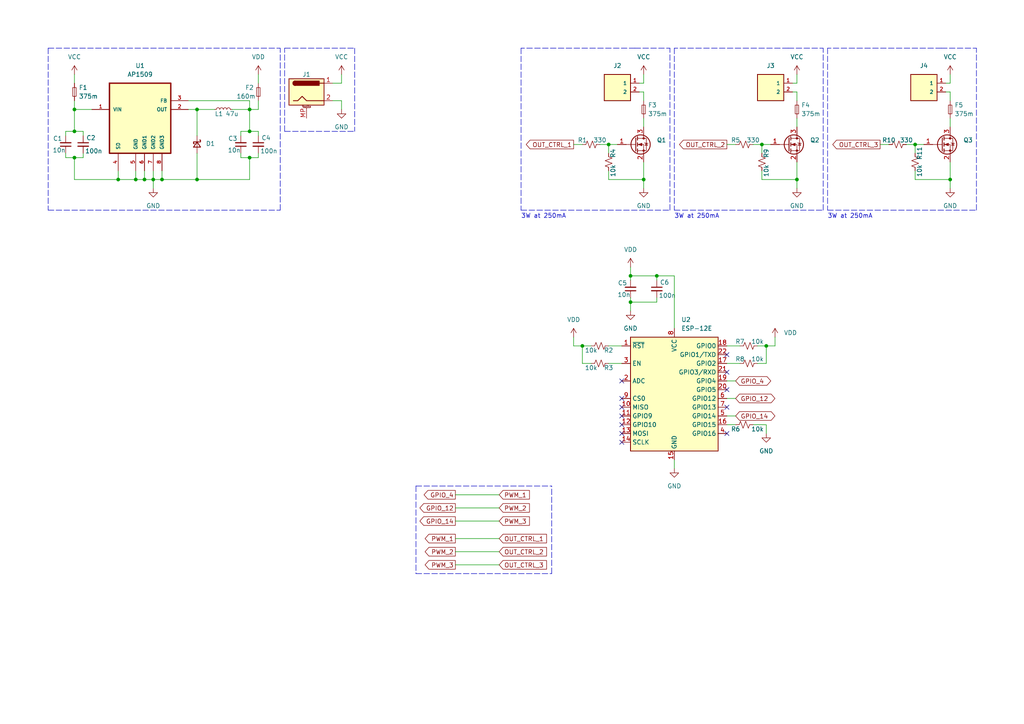
<source format=kicad_sch>
(kicad_sch (version 20211123) (generator eeschema)
  (paper "A4")
  (title_block (title "Wi-Li LED Control Board") (rev "1"))
  (lib_symbols
    (symbol "Connector:Barrel_Jack_MountingPin" (pin_names hide)
      (property "Reference" "J" (at 0 5.334 0))
      (property "Value" "Barrel_Jack_MountingPin" (at 1.27 -6.35 0))
      (symbol "Barrel_Jack_MountingPin_0_1"
        (rectangle (start -5.08 3.81) (end 5.08 -3.81) (stroke (width 0.254)) (fill (type background)))
        (arc (start -3.302 3.175) (mid -3.937 2.54) (end -3.302 1.905) (stroke (width 0.254)))
        (arc (start -3.302 3.175) (mid -3.937 2.54) (end -3.302 1.905) (stroke (width 0.254)) (fill (type outline)))
        (polyline (pts (xy 5.08 2.54) (xy 3.81 2.54)) (stroke (width 0.254)))
        (polyline (pts (xy -3.81 -2.54) (xy -2.54 -2.54) (xy -1.27 -1.27) (xy 0 -2.54) (xy 2.54 -2.54) (xy 5.08 -2.54)) (stroke (width 0.254)))
        (rectangle (start 3.683 3.175) (end -3.302 1.905) (stroke (width 0.254)) (fill (type outline)))
      )
      (symbol "Barrel_Jack_MountingPin_1_1"
        (polyline (pts (xy -1.016 -4.572) (xy 1.016 -4.572)) (stroke (width 0.1524)))
        (text "Mounting" (at 0 -4.191 0) (effects (font (size 0.381 0.381))))
        (pin passive line (at 7.62 2.54 180) (length 2.54) (name "~") (number "1"))
        (pin passive line (at 7.62 -2.54 180) (length 2.54) (name "~") (number "2"))
        (pin passive line (at 0 -7.62 90) (length 3.048) (name "MountPin") (number "MP"))
      )
    )
    (symbol "Device:C_Small" (pin_numbers hide) (pin_names (offset 0.254) hide)
      (property "Reference" "C" (at 0.254 1.778 0))
      (property "Value" "C_Small" (at 0.254 -2.032 0))
      (symbol "C_Small_0_1"
        (polyline (pts (xy -1.524 -0.508) (xy 1.524 -0.508)) (stroke (width 0.3302)))
        (polyline (pts (xy -1.524 0.508) (xy 1.524 0.508)) (stroke (width 0.3048)))
      )
      (symbol "C_Small_1_1"
        (pin passive line (at 0 2.54 270) (length 2.032) (name "~") (number "1"))
        (pin passive line (at 0 -2.54 90) (length 2.032) (name "~") (number "2"))
      )
    )
    (symbol "Device:D_Schottky_Small" (pin_numbers hide) (pin_names (offset 0.254) hide)
      (property "Reference" "D" (at -1.27 2.032 0))
      (property "Value" "D_Schottky_Small" (at -7.112 -2.032 0))
      (symbol "D_Schottky_Small_0_1"
        (polyline (pts (xy -0.762 0) (xy 0.762 0)))
        (polyline (pts (xy 0.762 -1.016) (xy -0.762 0) (xy 0.762 1.016) (xy 0.762 -1.016)) (stroke (width 0.254)))
        (polyline (pts (xy -1.27 0.762) (xy -1.27 1.016) (xy -0.762 1.016) (xy -0.762 -1.016) (xy -0.254 -1.016) (xy -0.254 -0.762)) (stroke (width 0.254)))
      )
      (symbol "D_Schottky_Small_1_1"
        (pin passive line (at -2.54 0 0) (length 1.778) (name "K") (number "1"))
        (pin passive line (at 2.54 0 180) (length 1.778) (name "A") (number "2"))
      )
    )
    (symbol "Device:Fuse_Small" (pin_numbers hide) (pin_names (offset 0.254) hide)
      (property "Reference" "F" (at 0 -1.524 0))
      (property "Value" "Fuse_Small" (at 0 1.524 0))
      (symbol "Fuse_Small_0_1"
        (rectangle (start -1.27 0.508) (end 1.27 -0.508))
        (polyline (pts (xy -1.27 0) (xy 1.27 0)))
      )
      (symbol "Fuse_Small_1_1"
        (pin passive line (at -2.54 0 0) (length 1.27) (name "~") (number "1"))
        (pin passive line (at 2.54 0 180) (length 1.27) (name "~") (number "2"))
      )
    )
    (symbol "Device:L_Small" (pin_numbers hide) (pin_names (offset 0.254) hide)
      (property "Reference" "L" (at 0.762 1.016 0))
      (property "Value" "L_Small" (at 0.762 -1.016 0))
      (symbol "L_Small_0_1"
        (arc (start 0 -2.032) (mid 0.508 -1.524) (end 0 -1.016))
        (arc (start 0 -1.016) (mid 0.508 -0.508) (end 0 0))
        (arc (start 0 0) (mid 0.508 0.508) (end 0 1.016))
        (arc (start 0 1.016) (mid 0.508 1.524) (end 0 2.032))
      )
      (symbol "L_Small_1_1"
        (pin passive line (at 0 2.54 270) (length 0.508) (name "~") (number "1"))
        (pin passive line (at 0 -2.54 90) (length 0.508) (name "~") (number "2"))
      )
    )
    (symbol "Device:Q_NMOS_GSD" (pin_names (offset 0) hide)
      (property "Reference" "Q" (at 5.08 1.27 0))
      (property "Value" "Q_NMOS_GSD" (at 5.08 -1.27 0))
      (symbol "Q_NMOS_GSD_0_1"
        (polyline (pts (xy 0.254 0) (xy -2.54 0)))
        (polyline (pts (xy 0.254 1.905) (xy 0.254 -1.905)) (stroke (width 0.254)))
        (polyline (pts (xy 0.762 -1.27) (xy 0.762 -2.286)) (stroke (width 0.254)))
        (polyline (pts (xy 0.762 0.508) (xy 0.762 -0.508)) (stroke (width 0.254)))
        (polyline (pts (xy 0.762 2.286) (xy 0.762 1.27)) (stroke (width 0.254)))
        (polyline (pts (xy 2.54 2.54) (xy 2.54 1.778)))
        (polyline (pts (xy 2.54 -2.54) (xy 2.54 0) (xy 0.762 0)))
        (polyline (pts (xy 0.762 -1.778) (xy 3.302 -1.778) (xy 3.302 1.778) (xy 0.762 1.778)))
        (polyline (pts (xy 1.016 0) (xy 2.032 0.381) (xy 2.032 -0.381) (xy 1.016 0)) (fill (type outline)))
        (polyline (pts (xy 2.794 0.508) (xy 2.921 0.381) (xy 3.683 0.381) (xy 3.81 0.254)))
        (polyline (pts (xy 3.302 0.381) (xy 2.921 -0.254) (xy 3.683 -0.254) (xy 3.302 0.381)))
        (circle (center 1.651 0) (radius 2.794) (stroke (width 0.254)))
        (circle (center 2.54 -1.778) (radius 0.254) (fill (type outline)))
        (circle (center 2.54 1.778) (radius 0.254) (fill (type outline)))
      )
      (symbol "Q_NMOS_GSD_1_1"
        (pin input line (at -5.08 0 0) (length 2.54) (name "G") (number "1"))
        (pin passive line (at 2.54 -5.08 90) (length 2.54) (name "S") (number "2"))
        (pin passive line (at 2.54 5.08 270) (length 2.54) (name "D") (number "3"))
      )
    )
    (symbol "Device:R_Small_US" (pin_numbers hide) (pin_names (offset 0.254) hide)
      (property "Reference" "R" (at 0.762 0.508 0))
      (property "Value" "R_Small_US" (at 0.762 -1.016 0))
      (symbol "R_Small_US_1_1"
        (polyline (pts (xy 0 0) (xy 1.016 -0.381) (xy 0 -0.762) (xy -1.016 -1.143) (xy 0 -1.524)))
        (polyline (pts (xy 0 1.524) (xy 1.016 1.143) (xy 0 0.762) (xy -1.016 0.381) (xy 0 0)))
        (pin passive line (at 0 2.54 270) (length 1.016) (name "~") (number "1"))
        (pin passive line (at 0 -2.54 90) (length 1.016) (name "~") (number "2"))
      )
    )
    (symbol "Diodes_Inc:AP1509" (pin_names (offset 1.016))
      (property "Reference" "IC" (at -10.16 10.795 0))
      (property "Value" "AP1509" (at -7.62 7.62 0))
      (symbol "AP1509_0_0"
        (rectangle (start -10.16 -10.16) (end 7.62 10.16) (stroke (width 0.4064)) (fill (type background)))
        (pin input line (at -15.24 2.54 0) (length 5.08) (name "VIN") (number "1"))
        (pin output line (at 12.7 2.54 180) (length 5.08) (name "OUT") (number "2"))
        (pin output line (at 12.7 5.08 180) (length 5.08) (name "FB") (number "3"))
        (pin input line (at -7.62 -15.24 90) (length 5.08) (name "SD") (number "4"))
        (pin power_in line (at -2.54 -15.24 90) (length 5.08) (name "GND") (number "5"))
        (pin input line (at 0 -15.24 90) (length 5.08) (name "GND1") (number "6"))
        (pin passive line (at 2.54 -15.24 90) (length 5.08) (name "GND2") (number "7"))
        (pin power_in line (at 5.08 -15.24 90) (length 5.08) (name "GND3") (number "8"))
      )
    )
    (symbol "RF_Module:ESP-12E"
      (property "Reference" "U" (at -12.7 19.05 0))
      (property "Value" "ESP-12E" (at 12.7 19.05 0))
      (symbol "ESP-12E_0_1"
        (rectangle (start -12.7 17.78) (end 12.7 -15.24) (stroke (width 0.254)) (fill (type background)))
      )
      (symbol "ESP-12E_1_1"
        (pin input line (at -15.24 15.24 0) (length 2.54) (name "~{RST}") (number "1"))
        (pin bidirectional line (at -15.24 -2.54 0) (length 2.54) (name "MISO") (number "10"))
        (pin bidirectional line (at -15.24 -5.08 0) (length 2.54) (name "GPIO9") (number "11"))
        (pin bidirectional line (at -15.24 -7.62 0) (length 2.54) (name "GPIO10") (number "12"))
        (pin bidirectional line (at -15.24 -10.16 0) (length 2.54) (name "MOSI") (number "13"))
        (pin bidirectional line (at -15.24 -12.7 0) (length 2.54) (name "SCLK") (number "14"))
        (pin power_in line (at 0 -17.78 90) (length 2.54) (name "GND") (number "15"))
        (pin bidirectional line (at 15.24 -7.62 180) (length 2.54) (name "GPIO15") (number "16"))
        (pin bidirectional line (at 15.24 10.16 180) (length 2.54) (name "GPIO2") (number "17"))
        (pin bidirectional line (at 15.24 15.24 180) (length 2.54) (name "GPIO0") (number "18"))
        (pin bidirectional line (at 15.24 5.08 180) (length 2.54) (name "GPIO4") (number "19"))
        (pin input line (at -15.24 5.08 0) (length 2.54) (name "ADC") (number "2"))
        (pin bidirectional line (at 15.24 2.54 180) (length 2.54) (name "GPIO5") (number "20"))
        (pin bidirectional line (at 15.24 7.62 180) (length 2.54) (name "GPIO3/RXD") (number "21"))
        (pin bidirectional line (at 15.24 12.7 180) (length 2.54) (name "GPIO1/TXD") (number "22"))
        (pin input line (at -15.24 10.16 0) (length 2.54) (name "EN") (number "3"))
        (pin bidirectional line (at 15.24 -10.16 180) (length 2.54) (name "GPIO16") (number "4"))
        (pin bidirectional line (at 15.24 -5.08 180) (length 2.54) (name "GPIO14") (number "5"))
        (pin bidirectional line (at 15.24 0 180) (length 2.54) (name "GPIO12") (number "6"))
        (pin bidirectional line (at 15.24 -2.54 180) (length 2.54) (name "GPIO13") (number "7"))
        (pin power_in line (at 0 20.32 270) (length 2.54) (name "VCC") (number "8"))
        (pin input line (at -15.24 0 0) (length 2.54) (name "CS0") (number "9"))
      )
    )
    (symbol "Wago:2059-302{slash}998-403" (pin_names (offset 1.016))
      (property "Reference" "J?" (at -5.334 3.302 0))
      (property "Value" "2059-302{slash}998-403" (at -5.3594 -7.6454 0))
      (symbol "2059-302{slash}998-403_0_0"
        (rectangle (start -5.08 -5.08) (end 2.54 2.54) (stroke (width 0.254)) (fill (type background)))
        (pin passive line (at -7.62 0 0) (length 2.54) (name "1") (number "1"))
        (pin passive line (at -7.62 -2.54 0) (length 2.54) (name "2") (number "2"))
      )
    )
    (symbol "power:GND" (power) (pin_names (offset 0))
      (property "Value" "GND" (at 0 -3.81 0))
      (symbol "GND_0_1"
        (polyline (pts (xy 0 0) (xy 0 -1.27) (xy 1.27 -1.27) (xy 0 -2.54) (xy -1.27 -1.27) (xy 0 -1.27)))
      )
      (symbol "GND_1_1"
        (pin power_in line (at 0 0 270) (length 0) hide (name "GND") (number "1"))
      )
    )
    (symbol "power:VCC" (power) (pin_names (offset 0))
      (property "Value" "VCC" (at 0 3.81 0))
      (symbol "VCC_0_1"
        (polyline (pts (xy -0.762 1.27) (xy 0 2.54)))
        (polyline (pts (xy 0 0) (xy 0 2.54)))
        (polyline (pts (xy 0 2.54) (xy 0.762 1.27)))
      )
      (symbol "VCC_1_1"
        (pin power_in line (at 0 0 90) (length 0) hide (name "VCC") (number "1"))
      )
    )
    (symbol "power:VDD" (power) (pin_names (offset 0))
      (property "Value" "VDD" (at 0 3.81 0))
      (symbol "VDD_0_1"
        (polyline (pts (xy -0.762 1.27) (xy 0 2.54)))
        (polyline (pts (xy 0 0) (xy 0 2.54)))
        (polyline (pts (xy 0 2.54) (xy 0.762 1.27)))
      )
      (symbol "VDD_1_1"
        (pin power_in line (at 0 0 90) (length 0) hide (name "VDD") (number "1"))
      )
    )
  )
  (junction (at 176.53 41.91))
  (junction (at 222.25 100.33))
  (junction (at 231.14 52.07))
  (junction (at 46.99 52.07))
  (junction (at 57.15 31.75))
  (junction (at 182.88 87.63))
  (junction (at 44.45 52.07))
  (junction (at 21.59 31.75))
  (junction (at 220.98 41.91))
  (junction (at 57.15 52.07))
  (junction (at 186.69 52.07))
  (junction (at 72.39 31.75))
  (junction (at 21.59 38.1))
  (junction (at 34.29 52.07))
  (junction (at 275.59 52.07))
  (junction (at 39.37 52.07))
  (junction (at 72.39 38.1))
  (junction (at 182.88 80.01))
  (junction (at 21.59 45.72))
  (junction (at 265.43 41.91))
  (junction (at 41.91 52.07))
  (junction (at 72.39 45.72))
  (junction (at 168.91 100.33))
  (junction (at 190.5 80.01))
  (no_connect (at 180.34 115.57))
  (no_connect (at 210.82 125.73))
  (no_connect (at 210.82 107.95))
  (no_connect (at 180.34 125.73))
  (no_connect (at 210.82 118.11))
  (no_connect (at 210.82 102.87))
  (no_connect (at 180.34 123.19))
  (no_connect (at 180.34 118.11))
  (no_connect (at 180.34 128.27))
  (no_connect (at 210.82 113.03))
  (no_connect (at 180.34 110.49))
  (no_connect (at 180.34 120.65))
  (wire (pts (xy 74.93 29.21) (xy 74.93 31.75)))
  (wire (pts (xy 21.59 45.72) (xy 21.59 52.07)))
  (wire (pts (xy 222.25 105.41) (xy 219.71 105.41)))
  (polyline (pts (xy 151.13 13.97) (xy 151.13 60.96)))
  (wire (pts (xy 57.15 52.07) (xy 72.39 52.07)))
  (wire (pts (xy 214.63 105.41) (xy 210.82 105.41)))
  (wire (pts (xy 190.5 86.36) (xy 190.5 87.63)))
  (wire (pts (xy 69.85 45.72) (xy 72.39 45.72)))
  (polyline (pts (xy 13.97 60.96) (xy 81.28 60.96)))
  (wire (pts (xy 222.25 100.33) (xy 219.71 100.33)))
  (polyline (pts (xy 82.55 38.1) (xy 102.87 38.1)))
  (polyline (pts (xy 240.03 13.97) (xy 240.03 60.96)))
  (wire (pts (xy 132.08 151.13) (xy 144.78 151.13)))
  (wire (pts (xy 24.13 39.37) (xy 24.13 38.1)))
  (wire (pts (xy 185.42 26.67) (xy 186.69 26.67)))
  (wire (pts (xy 222.25 123.19) (xy 222.25 125.73)))
  (wire (pts (xy 21.59 29.21) (xy 21.59 31.75)))
  (wire (pts (xy 210.82 115.57) (xy 213.36 115.57)))
  (wire (pts (xy 34.29 49.53) (xy 34.29 52.07)))
  (wire (pts (xy 21.59 31.75) (xy 26.67 31.75)))
  (polyline (pts (xy 195.58 60.96) (xy 238.76 60.96)))
  (wire (pts (xy 220.98 49.53) (xy 220.98 52.07)))
  (polyline (pts (xy 82.55 13.97) (xy 102.87 13.97)))
  (wire (pts (xy 69.85 38.1) (xy 72.39 38.1)))
  (wire (pts (xy 21.59 31.75) (xy 21.59 38.1)))
  (wire (pts (xy 176.53 100.33) (xy 180.34 100.33)))
  (polyline (pts (xy 13.97 13.97) (xy 81.28 13.97)))
  (wire (pts (xy 54.61 29.21) (xy 72.39 29.21)))
  (wire (pts (xy 210.82 120.65) (xy 213.36 120.65)))
  (wire (pts (xy 168.91 100.33) (xy 171.45 100.33)))
  (wire (pts (xy 41.91 49.53) (xy 41.91 52.07)))
  (wire (pts (xy 190.5 81.28) (xy 190.5 80.01)))
  (polyline (pts (xy 82.55 38.1) (xy 82.55 13.97)))
  (wire (pts (xy 220.98 41.91) (xy 220.98 44.45)))
  (wire (pts (xy 262.89 41.91) (xy 265.43 41.91)))
  (wire (pts (xy 19.05 45.72) (xy 21.59 45.72)))
  (wire (pts (xy 72.39 38.1) (xy 74.93 38.1)))
  (wire (pts (xy 186.69 21.59) (xy 186.69 24.13)))
  (wire (pts (xy 74.93 21.59) (xy 74.93 24.13)))
  (wire (pts (xy 222.25 105.41) (xy 222.25 100.33)))
  (wire (pts (xy 72.39 29.21) (xy 72.39 31.75)))
  (wire (pts (xy 231.14 52.07) (xy 231.14 54.61)))
  (wire (pts (xy 166.37 41.91) (xy 168.91 41.91)))
  (wire (pts (xy 132.08 156.21) (xy 144.78 156.21)))
  (wire (pts (xy 265.43 52.07) (xy 275.59 52.07)))
  (wire (pts (xy 99.06 29.21) (xy 99.06 31.75)))
  (wire (pts (xy 218.44 41.91) (xy 220.98 41.91)))
  (polyline (pts (xy 120.65 140.97) (xy 120.65 166.37)))
  (wire (pts (xy 255.27 41.91) (xy 257.81 41.91)))
  (wire (pts (xy 46.99 52.07) (xy 57.15 52.07)))
  (wire (pts (xy 195.58 80.01) (xy 195.58 95.25)))
  (wire (pts (xy 166.37 100.33) (xy 168.91 100.33)))
  (wire (pts (xy 182.88 77.47) (xy 182.88 80.01)))
  (wire (pts (xy 99.06 21.59) (xy 99.06 24.13)))
  (wire (pts (xy 224.79 97.79) (xy 224.79 100.33)))
  (wire (pts (xy 182.88 81.28) (xy 182.88 80.01)))
  (wire (pts (xy 229.87 26.67) (xy 231.14 26.67)))
  (wire (pts (xy 72.39 45.72) (xy 74.93 45.72)))
  (wire (pts (xy 186.69 34.29) (xy 186.69 36.83)))
  (wire (pts (xy 210.82 110.49) (xy 213.36 110.49)))
  (wire (pts (xy 182.88 87.63) (xy 182.88 90.17)))
  (polyline (pts (xy 194.31 60.96) (xy 194.31 13.97)))
  (wire (pts (xy 46.99 49.53) (xy 46.99 52.07)))
  (polyline (pts (xy 184.15 13.97) (xy 151.13 13.97)))
  (wire (pts (xy 132.08 163.83) (xy 144.78 163.83)))
  (wire (pts (xy 274.32 26.67) (xy 275.59 26.67)))
  (wire (pts (xy 182.88 80.01) (xy 190.5 80.01)))
  (wire (pts (xy 72.39 31.75) (xy 72.39 38.1)))
  (polyline (pts (xy 120.65 166.37) (xy 160.02 166.37)))
  (wire (pts (xy 74.93 39.37) (xy 74.93 38.1)))
  (wire (pts (xy 267.97 41.91) (xy 265.43 41.91)))
  (wire (pts (xy 214.63 100.33) (xy 210.82 100.33)))
  (wire (pts (xy 195.58 133.35) (xy 195.58 135.89)))
  (wire (pts (xy 176.53 41.91) (xy 176.53 44.45)))
  (wire (pts (xy 41.91 52.07) (xy 39.37 52.07)))
  (wire (pts (xy 39.37 52.07) (xy 34.29 52.07)))
  (polyline (pts (xy 240.03 60.96) (xy 283.21 60.96)))
  (wire (pts (xy 44.45 52.07) (xy 41.91 52.07)))
  (wire (pts (xy 19.05 44.45) (xy 19.05 45.72)))
  (wire (pts (xy 176.53 105.41) (xy 180.34 105.41)))
  (polyline (pts (xy 81.28 60.96) (xy 81.28 13.97)))
  (wire (pts (xy 274.32 24.13) (xy 275.59 24.13)))
  (wire (pts (xy 176.53 49.53) (xy 176.53 52.07)))
  (wire (pts (xy 186.69 52.07) (xy 186.69 54.61)))
  (wire (pts (xy 231.14 26.67) (xy 231.14 29.21)))
  (wire (pts (xy 182.88 87.63) (xy 190.5 87.63)))
  (wire (pts (xy 275.59 52.07) (xy 275.59 54.61)))
  (wire (pts (xy 96.52 29.21) (xy 99.06 29.21)))
  (wire (pts (xy 265.43 41.91) (xy 265.43 44.45)))
  (wire (pts (xy 223.52 41.91) (xy 220.98 41.91)))
  (polyline (pts (xy 102.87 13.97) (xy 102.87 38.1)))
  (wire (pts (xy 96.52 24.13) (xy 99.06 24.13)))
  (polyline (pts (xy 184.15 13.97) (xy 194.31 13.97)))
  (polyline (pts (xy 228.6 13.97) (xy 238.76 13.97)))
  (wire (pts (xy 69.85 44.45) (xy 69.85 45.72)))
  (polyline (pts (xy 195.58 13.97) (xy 195.58 60.96)))
  (wire (pts (xy 220.98 52.07) (xy 231.14 52.07)))
  (wire (pts (xy 132.08 147.32) (xy 144.78 147.32)))
  (wire (pts (xy 182.88 86.36) (xy 182.88 87.63)))
  (wire (pts (xy 275.59 34.29) (xy 275.59 36.83)))
  (polyline (pts (xy 273.05 13.97) (xy 283.21 13.97)))
  (wire (pts (xy 74.93 44.45) (xy 74.93 45.72)))
  (polyline (pts (xy 273.05 13.97) (xy 240.03 13.97)))
  (wire (pts (xy 54.61 31.75) (xy 57.15 31.75)))
  (wire (pts (xy 231.14 46.99) (xy 231.14 52.07)))
  (wire (pts (xy 186.69 46.99) (xy 186.69 52.07)))
  (wire (pts (xy 132.08 143.51) (xy 144.78 143.51)))
  (wire (pts (xy 173.99 41.91) (xy 176.53 41.91)))
  (wire (pts (xy 57.15 52.07) (xy 57.15 44.45)))
  (wire (pts (xy 176.53 52.07) (xy 186.69 52.07)))
  (wire (pts (xy 210.82 123.19) (xy 213.36 123.19)))
  (polyline (pts (xy 151.13 60.96) (xy 194.31 60.96)))
  (polyline (pts (xy 238.76 60.96) (xy 238.76 13.97)))
  (wire (pts (xy 222.25 100.33) (xy 224.79 100.33)))
  (wire (pts (xy 132.08 160.02) (xy 144.78 160.02)))
  (wire (pts (xy 44.45 52.07) (xy 44.45 54.61)))
  (wire (pts (xy 275.59 46.99) (xy 275.59 52.07)))
  (wire (pts (xy 21.59 45.72) (xy 24.13 45.72)))
  (wire (pts (xy 46.99 52.07) (xy 44.45 52.07)))
  (polyline (pts (xy 13.97 13.97) (xy 13.97 60.96)))
  (wire (pts (xy 57.15 31.75) (xy 62.23 31.75)))
  (polyline (pts (xy 228.6 13.97) (xy 195.58 13.97)))
  (wire (pts (xy 218.44 123.19) (xy 222.25 123.19)))
  (wire (pts (xy 231.14 34.29) (xy 231.14 36.83)))
  (wire (pts (xy 185.42 24.13) (xy 186.69 24.13)))
  (wire (pts (xy 21.59 21.59) (xy 21.59 24.13)))
  (wire (pts (xy 44.45 49.53) (xy 44.45 52.07)))
  (wire (pts (xy 67.31 31.75) (xy 72.39 31.75)))
  (wire (pts (xy 168.91 105.41) (xy 171.45 105.41)))
  (wire (pts (xy 24.13 38.1) (xy 21.59 38.1)))
  (wire (pts (xy 265.43 49.53) (xy 265.43 52.07)))
  (wire (pts (xy 57.15 31.75) (xy 57.15 39.37)))
  (wire (pts (xy 275.59 21.59) (xy 275.59 24.13)))
  (wire (pts (xy 166.37 97.79) (xy 166.37 100.33)))
  (wire (pts (xy 229.87 24.13) (xy 231.14 24.13)))
  (polyline (pts (xy 160.02 166.37) (xy 160.02 140.97)))
  (wire (pts (xy 168.91 100.33) (xy 168.91 105.41)))
  (wire (pts (xy 24.13 44.45) (xy 24.13 45.72)))
  (wire (pts (xy 72.39 31.75) (xy 74.93 31.75)))
  (wire (pts (xy 19.05 38.1) (xy 19.05 39.37)))
  (polyline (pts (xy 283.21 60.96) (xy 283.21 13.97)))
  (wire (pts (xy 72.39 45.72) (xy 72.39 52.07)))
  (wire (pts (xy 186.69 26.67) (xy 186.69 29.21)))
  (wire (pts (xy 39.37 49.53) (xy 39.37 52.07)))
  (wire (pts (xy 179.07 41.91) (xy 176.53 41.91)))
  (wire (pts (xy 21.59 52.07) (xy 34.29 52.07)))
  (wire (pts (xy 210.82 41.91) (xy 213.36 41.91)))
  (wire (pts (xy 231.14 21.59) (xy 231.14 24.13)))
  (wire (pts (xy 275.59 26.67) (xy 275.59 29.21)))
  (polyline (pts (xy 120.65 140.97) (xy 160.02 140.97)))
  (wire (pts (xy 69.85 38.1) (xy 69.85 39.37)))
  (wire (pts (xy 21.59 38.1) (xy 19.05 38.1)))
  (wire (pts (xy 190.5 80.01) (xy 195.58 80.01)))
  (text "3W at 250mA" (at 151.13 63.5 0) (effects (font (size 1.27 1.27)) (justify left bottom)))
  (text "3W at 250mA" (at 195.58 63.5 0) (effects (font (size 1.27 1.27)) (justify left bottom)))
  (text "3W at 250mA" (at 240.03 63.5 0) (effects (font (size 1.27 1.27)) (justify left bottom)))
  (global_label "PWM_3" (shape input) (at 144.78 151.13 0) (property "Intersheet References" "${INTERSHEET_REFS}" (effects hide)))
  (global_label "PWM_2" (shape output) (at 132.08 160.02 180) (property "Intersheet References" "${INTERSHEET_REFS}" (effects hide)))
  (global_label "OUT_CTRL_3" (shape output) (at 255.27 41.91 180) (property "Intersheet References" "${INTERSHEET_REFS}" (effects hide)))
  (global_label "GPIO_12" (shape output) (at 132.08 147.32 180) (property "Intersheet References" "${INTERSHEET_REFS}" (effects hide)))
  (global_label "PWM_1" (shape input) (at 144.78 143.51 0) (property "Intersheet References" "${INTERSHEET_REFS}" (effects hide)))
  (global_label "PWM_2" (shape input) (at 144.78 147.32 0) (property "Intersheet References" "${INTERSHEET_REFS}" (effects hide)))
  (global_label "GPIO_14" (shape output) (at 132.08 151.13 180) (property "Intersheet References" "${INTERSHEET_REFS}" (effects hide)))
  (global_label "PWM_1" (shape output) (at 132.08 156.21 180) (property "Intersheet References" "${INTERSHEET_REFS}" (effects hide)))
  (global_label "GPIO_14" (shape bidirectional) (at 213.36 120.65 0) (property "Intersheet References" "${INTERSHEET_REFS}" (effects hide)))
  (global_label "PWM_3" (shape output) (at 132.08 163.83 180) (property "Intersheet References" "${INTERSHEET_REFS}" (effects hide)))
  (global_label "GPIO_12" (shape bidirectional) (at 213.36 115.57 0) (property "Intersheet References" "${INTERSHEET_REFS}" (effects hide)))
  (global_label "OUT_CTRL_1" (shape output) (at 166.37 41.91 180) (property "Intersheet References" "${INTERSHEET_REFS}" (effects hide)))
  (global_label "OUT_CTRL_2" (shape input) (at 144.78 160.02 0) (property "Intersheet References" "${INTERSHEET_REFS}" (effects hide)))
  (global_label "GPIO_4" (shape output) (at 132.08 143.51 180) (property "Intersheet References" "${INTERSHEET_REFS}" (effects hide)))
  (global_label "OUT_CTRL_1" (shape input) (at 144.78 156.21 0) (property "Intersheet References" "${INTERSHEET_REFS}" (effects hide)))
  (global_label "OUT_CTRL_2" (shape output) (at 210.82 41.91 180) (property "Intersheet References" "${INTERSHEET_REFS}" (effects hide)))
  (global_label "GPIO_4" (shape bidirectional) (at 213.36 110.49 0) (property "Intersheet References" "${INTERSHEET_REFS}" (effects hide)))
  (global_label "OUT_CTRL_3" (shape input) (at 144.78 163.83 0) (property "Intersheet References" "${INTERSHEET_REFS}" (effects hide)))
  (symbol (lib_id "Device:L_Small") (at 64.77 31.75 90) (unit 1)
    (property "Reference" "L1" (at 63.5 33.02 90))
    (property "Value" "47u" (at 67.31 33.02 90))
    (property "Footprint" "RLC:L_Vishay_IFSC-1515AH_HandSolder" (effects hide))
    (property "Datasheet" "https://search.murata.co.jp/Ceramy/image/img/P02/JELF243A-0097.pdf" (effects hide))
  )
  (symbol (lib_id "Diodes_Inc:AP1509") (at 41.91 34.29 0) (unit 1)
    (property "Reference" "U1" (at 40.64 19.05 0))
    (property "Value" "AP1509" (at 40.64 21.59 0))
    (property "Footprint" "Diodes_Inc:SO08" (effects hide))
    (property "OC_FARNELL" "unknown" (effects hide))
    (property "OC_NEWARK" "unknown" (effects hide))
  )
  (symbol (lib_id "power:VCC") (at 21.59 21.59 0) (unit 1)
    (property "Reference" "#PWR01" (effects hide))
    (property "Value" "VCC" (at 21.59 16.51 0))
  )
  (symbol (lib_id "Wago:2059-302{slash}998-403") (at 222.25 24.13 0) (mirror y) (unit 1)
    (property "Reference" "J3" (at 223.52 19.05 0))
    (property "Value" "2059-302/998-403" (effects hide))
    (property "Footprint" "Wago:WAGO_2059-302_998-403" (effects hide))
    (property "MANUFACTURER" "WAGO" (effects hide))
  )
  (symbol (lib_id "Device:R_Small_US") (at 215.9 41.91 270) (unit 1)
    (property "Reference" "R5" (at 213.36 40.64 90))
    (property "Value" "330" (at 218.44 40.64 90))
    (property "Footprint" "Resistor_SMD:R_0805_2012Metric_Pad1.20x1.40mm_HandSolder" (effects hide))
  )
  (symbol (lib_id "Device:Q_NMOS_GSD") (at 228.6 41.91 0) (unit 1)
    (property "Reference" "Q2" (at 234.95 40.6399 0) (effects (justify left)))
    (property "Value" "Q_NMOS_DGS" (effects hide))
    (property "Footprint" "Package_TO_SOT_SMD:SOT-23" (effects hide))
  )
  (symbol (lib_id "Device:D_Schottky_Small") (at 57.15 41.91 270) (unit 1)
    (property "Reference" "D1" (at 59.69 41.6559 90) (effects (justify left)))
    (property "Value" "MBRX120LF-TP" (effects hide))
    (property "Footprint" "Diode_SMD:D_SOD-123" (effects hide))
  )
  (symbol (lib_id "Device:C_Small") (at 74.93 41.91 0) (unit 1)
    (property "Reference" "C4" (at 75.8339 39.9824 0) (effects (justify left)))
    (property "Value" "100n" (at 75.4755 43.8049 0) (effects (justify left)))
    (property "Footprint" "Capacitor_SMD:C_0805_2012Metric_Pad1.18x1.45mm_HandSolder" (effects hide))
  )
  (symbol (lib_id "power:VDD") (at 74.93 21.59 0) (unit 1)
    (property "Reference" "#PWR03" (effects hide))
    (property "Value" "VDD" (at 74.93 16.51 0))
  )
  (symbol (lib_id "Device:R_Small_US") (at 215.9 123.19 270) (unit 1)
    (property "Reference" "R6" (at 213.36 124.46 90))
    (property "Value" "10k" (at 219.71 124.46 90))
    (property "Footprint" "Resistor_SMD:R_0805_2012Metric_Pad1.20x1.40mm_HandSolder" (effects hide))
  )
  (symbol (lib_id "power:VDD") (at 224.79 97.79 0) (unit 1)
    (property "Reference" "#PWR013" (effects hide))
    (property "Value" "VDD" (at 227.33 96.5199 0) (effects (justify left)))
  )
  (symbol (lib_id "power:VDD") (at 182.88 77.47 0) (unit 1)
    (property "Reference" "#PWR07" (effects hide))
    (property "Value" "VDD" (at 182.88 72.39 0))
  )
  (symbol (lib_id "Device:C_Small") (at 69.85 41.91 180) (unit 1)
    (property "Reference" "C3" (at 66.1658 40.1735 0) (effects (justify right)))
    (property "Value" "10n" (at 66.0463 43.566 0) (effects (justify right)))
    (property "Footprint" "Capacitor_SMD:C_0805_2012Metric_Pad1.18x1.45mm_HandSolder" (effects hide))
  )
  (symbol (lib_id "Device:C_Small") (at 19.05 41.91 180) (unit 1)
    (property "Reference" "C1" (at 15.3658 40.1735 0) (effects (justify right)))
    (property "Value" "10n" (at 15.2463 43.566 0) (effects (justify right)))
    (property "Footprint" "Capacitor_SMD:C_0805_2012Metric_Pad1.18x1.45mm_HandSolder" (effects hide))
  )
  (symbol (lib_id "Device:R_Small_US") (at 171.45 41.91 270) (unit 1)
    (property "Reference" "R1" (at 168.91 40.64 90))
    (property "Value" "330" (at 173.99 40.64 90))
    (property "Footprint" "Resistor_SMD:R_0805_2012Metric_Pad1.20x1.40mm_HandSolder" (effects hide))
  )
  (symbol (lib_id "Wago:2059-302{slash}998-403") (at 177.8 24.13 0) (mirror y) (unit 1)
    (property "Reference" "J2" (at 179.07 19.05 0))
    (property "Value" "2059-302/998-403" (effects hide))
    (property "Footprint" "Wago:WAGO_2059-302_998-403" (effects hide))
    (property "MANUFACTURER" "WAGO" (effects hide))
  )
  (symbol (lib_id "Device:R_Small_US") (at 217.17 105.41 270) (unit 1)
    (property "Reference" "R8" (at 214.63 104.14 90))
    (property "Value" "10k" (at 219.71 104.14 90))
    (property "Footprint" "Resistor_SMD:R_0805_2012Metric_Pad1.20x1.40mm_HandSolder" (effects hide))
  )
  (symbol (lib_id "Device:Fuse_Small") (at 186.69 31.75 90) (unit 1)
    (property "Reference" "F3" (at 187.96 30.4799 90) (effects (justify right)))
    (property "Value" "375m" (at 187.96 33.0199 90) (effects (justify right)))
    (property "Footprint" "Resistor_SMD:R_0805_2012Metric_Pad1.20x1.40mm_HandSolder" (effects hide))
  )
  (symbol (lib_id "Device:R_Small_US") (at 176.53 46.99 180) (unit 1)
    (property "Reference" "R4" (at 177.8 44.45 90))
    (property "Value" "10k" (at 177.8 49.53 90))
    (property "Footprint" "Resistor_SMD:R_0805_2012Metric_Pad1.20x1.40mm_HandSolder" (effects hide))
  )
  (symbol (lib_id "Device:C_Small") (at 190.5 83.82 0) (unit 1)
    (property "Reference" "C6" (at 191.4039 81.8924 0) (effects (justify left)))
    (property "Value" "100n" (at 191.0455 85.7149 0) (effects (justify left)))
    (property "Footprint" "Capacitor_SMD:C_0805_2012Metric_Pad1.18x1.45mm_HandSolder" (effects hide))
  )
  (symbol (lib_id "Device:Fuse_Small") (at 231.14 31.75 90) (unit 1)
    (property "Reference" "F4" (at 232.41 30.4799 90) (effects (justify right)))
    (property "Value" "375m" (at 232.41 33.0199 90) (effects (justify right)))
    (property "Footprint" "Resistor_SMD:R_0805_2012Metric_Pad1.20x1.40mm_HandSolder" (effects hide))
  )
  (symbol (lib_id "power:VCC") (at 275.59 21.59 0) (unit 1)
    (property "Reference" "#PWR016" (effects hide))
    (property "Value" "VCC" (at 275.59 16.51 0))
  )
  (symbol (lib_id "power:VCC") (at 231.14 21.59 0) (unit 1)
    (property "Reference" "#PWR014" (effects hide))
    (property "Value" "VCC" (at 231.14 16.51 0))
  )
  (symbol (lib_id "power:VDD") (at 166.37 97.79 0) (unit 1)
    (property "Reference" "#PWR06" (effects hide))
    (property "Value" "VDD" (at 166.37 92.71 0))
  )
  (symbol (lib_id "Device:Q_NMOS_GSD") (at 273.05 41.91 0) (unit 1)
    (property "Reference" "Q3" (at 279.4 40.6399 0) (effects (justify left)))
    (property "Value" "Q_NMOS_DGS" (effects hide))
    (property "Footprint" "Package_TO_SOT_SMD:SOT-23" (effects hide))
  )
  (symbol (lib_id "Device:Fuse_Small") (at 21.59 26.67 90) (unit 1)
    (property "Reference" "F1" (at 22.86 25.3999 90) (effects (justify right)))
    (property "Value" "375m" (at 22.86 27.9399 90) (effects (justify right)))
    (property "Footprint" "Resistor_SMD:R_0805_2012Metric_Pad1.20x1.40mm_HandSolder" (effects hide))
  )
  (symbol (lib_id "Device:R_Small_US") (at 173.99 100.33 90) (unit 1)
    (property "Reference" "R2" (at 176.53 101.6 90))
    (property "Value" "10k" (at 171.45 101.6 90))
    (property "Footprint" "Resistor_SMD:R_0805_2012Metric_Pad1.20x1.40mm_HandSolder" (effects hide))
  )
  (symbol (lib_id "Device:C_Small") (at 24.13 41.91 0) (unit 1)
    (property "Reference" "C2" (at 25.0339 39.9824 0) (effects (justify left)))
    (property "Value" "100n" (at 24.6755 43.8049 0) (effects (justify left)))
    (property "Footprint" "Capacitor_SMD:C_0805_2012Metric_Pad1.18x1.45mm_HandSolder" (effects hide))
  )
  (symbol (lib_id "power:VCC") (at 186.69 21.59 0) (unit 1)
    (property "Reference" "#PWR09" (effects hide))
    (property "Value" "VCC" (at 186.69 16.51 0))
  )
  (symbol (lib_id "power:GND") (at 231.14 54.61 0) (unit 1)
    (property "Reference" "#PWR015" (effects hide))
    (property "Value" "GND" (at 231.14 59.69 0))
  )
  (symbol (lib_id "Connector:Barrel_Jack_MountingPin") (at 88.9 26.67 0) (unit 1)
    (property "Reference" "J1" (at 88.9 21.59 0))
    (property "Value" "Barrel_Jack_MountingPin" (effects hide))
    (property "Footprint" "Connector_BarrelJack:BarrelJack_Horizontal" (effects hide))
  )
  (symbol (lib_id "Device:C_Small") (at 182.88 83.82 180) (unit 1)
    (property "Reference" "C5" (at 179.1958 82.0835 0) (effects (justify right)))
    (property "Value" "10n" (at 179.0763 85.476 0) (effects (justify right)))
    (property "Footprint" "Capacitor_SMD:C_0805_2012Metric_Pad1.18x1.45mm_HandSolder" (effects hide))
  )
  (symbol (lib_id "Device:R_Small_US") (at 217.17 100.33 270) (unit 1)
    (property "Reference" "R7" (at 214.63 99.06 90))
    (property "Value" "10k" (at 219.71 99.06 90))
    (property "Footprint" "Resistor_SMD:R_0805_2012Metric_Pad1.20x1.40mm_HandSolder" (effects hide))
  )
  (symbol (lib_id "Device:Q_NMOS_GSD") (at 184.15 41.91 0) (unit 1)
    (property "Reference" "Q1" (at 190.5 40.6399 0) (effects (justify left)))
    (property "Value" "Q_NMOS_DGS" (effects hide))
    (property "Footprint" "Package_TO_SOT_SMD:SOT-23" (effects hide))
  )
  (symbol (lib_id "power:GND") (at 182.88 90.17 0) (unit 1)
    (property "Reference" "#PWR08" (effects hide))
    (property "Value" "GND" (at 182.88 95.25 0))
  )
  (symbol (lib_id "power:GND") (at 222.25 125.73 0) (unit 1)
    (property "Reference" "#PWR012" (effects hide))
    (property "Value" "GND" (at 222.25 130.81 0))
  )
  (symbol (lib_id "power:GND") (at 44.45 54.61 0) (unit 1)
    (property "Reference" "#PWR02" (effects hide))
    (property "Value" "GND" (at 44.45 59.69 0))
  )
  (symbol (lib_id "Device:R_Small_US") (at 220.98 46.99 180) (unit 1)
    (property "Reference" "R9" (at 222.25 44.45 90))
    (property "Value" "10k" (at 222.25 49.53 90))
    (property "Footprint" "Resistor_SMD:R_0805_2012Metric_Pad1.20x1.40mm_HandSolder" (effects hide))
  )
  (symbol (lib_id "power:VCC") (at 99.06 21.59 0) (unit 1)
    (property "Reference" "#PWR04" (effects hide))
    (property "Value" "VCC" (at 99.06 16.51 0))
  )
  (symbol (lib_id "power:GND") (at 186.69 54.61 0) (unit 1)
    (property "Reference" "#PWR010" (effects hide))
    (property "Value" "GND" (at 186.69 59.69 0))
  )
  (symbol (lib_id "Device:R_Small_US") (at 173.99 105.41 90) (unit 1)
    (property "Reference" "R3" (at 176.53 106.68 90))
    (property "Value" "10k" (at 171.45 106.68 90))
    (property "Footprint" "Resistor_SMD:R_0805_2012Metric_Pad1.20x1.40mm_HandSolder" (effects hide))
  )
  (symbol (lib_id "Device:R_Small_US") (at 265.43 46.99 180) (unit 1)
    (property "Reference" "R11" (at 266.7 44.45 90))
    (property "Value" "10k" (at 266.7 49.53 90))
    (property "Footprint" "Resistor_SMD:R_0805_2012Metric_Pad1.20x1.40mm_HandSolder" (effects hide))
  )
  (symbol (lib_id "power:GND") (at 195.58 135.89 0) (unit 1)
    (property "Reference" "#PWR011" (effects hide))
    (property "Value" "GND" (at 195.58 140.97 0))
  )
  (symbol (lib_id "Device:Fuse_Small") (at 275.59 31.75 90) (unit 1)
    (property "Reference" "F5" (at 276.86 30.4799 90) (effects (justify right)))
    (property "Value" "375m" (at 276.86 33.0199 90) (effects (justify right)))
    (property "Footprint" "Resistor_SMD:R_0805_2012Metric_Pad1.20x1.40mm_HandSolder" (effects hide))
  )
  (symbol (lib_id "power:GND") (at 99.06 31.75 0) (unit 1)
    (property "Reference" "#PWR05" (effects hide))
    (property "Value" "GND" (at 99.06 36.83 0))
  )
  (symbol (lib_id "power:GND") (at 275.59 54.61 0) (unit 1)
    (property "Reference" "#PWR017" (effects hide))
    (property "Value" "GND" (at 275.59 59.69 0))
  )
  (symbol (lib_id "RF_Module:ESP-12E") (at 195.58 115.57 0) (unit 1)
    (property "Reference" "U2" (at 197.5994 92.71 0) (effects (justify left)))
    (property "Value" "ESP-12E" (at 197.5994 95.25 0) (effects (justify left)))
    (property "Footprint" "RF_Module:ESP-12E" (effects hide))
    (property "Datasheet" "http://wiki.ai-thinker.com/_media/esp8266/esp8266_series_modules_user_manual_v1.1.pdf" (effects hide))
  )
  (symbol (lib_id "Device:Fuse_Small") (at 74.93 26.67 90) (mirror x) (unit 1)
    (property "Reference" "F2" (at 71.12 25.4 90) (effects (justify right)))
    (property "Value" "160m" (at 68.58 27.94 90) (effects (justify right)))
    (property "Footprint" "Resistor_SMD:R_1206_3216Metric_Pad1.30x1.75mm_HandSolder" (effects hide))
  )
  (symbol (lib_id "Wago:2059-302{slash}998-403") (at 266.7 24.13 0) (mirror y) (unit 1)
    (property "Reference" "J4" (at 267.97 19.05 0))
    (property "Value" "2059-302/998-403" (effects hide))
    (property "Footprint" "Wago:WAGO_2059-302_998-403" (effects hide))
    (property "MANUFACTURER" "WAGO" (effects hide))
  )
  (symbol (lib_id "Device:R_Small_US") (at 260.35 41.91 270) (unit 1)
    (property "Reference" "R10" (at 257.81 40.64 90))
    (property "Value" "330" (at 262.89 40.64 90))
    (property "Footprint" "Resistor_SMD:R_0805_2012Metric_Pad1.20x1.40mm_HandSolder" (effects hide))
  )
)
</source>
